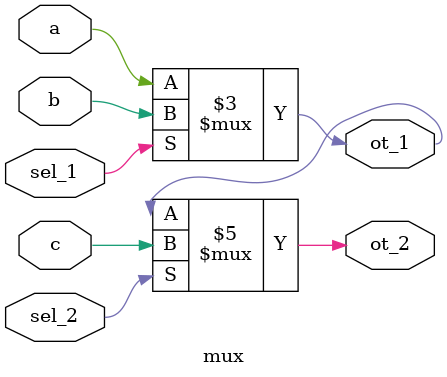
<source format=sv>
module mux(input logic a,
            input logic b,
           input logic c,
           input logic sel_1,
           input logic sel_2,
           output logic ot_1,
           output logic ot_2);
  	//input logic a;
    //input logic b;
  	//input logic c;
    //input logic sel_1;
  	//input logic sel_2;
    //output logic ot_2;
  //logic ot_1;
   always@(*)begin
     ot_1=(sel_1==0)? a:b;
     ot_2=(sel_2==0)? ot_1:c;
     end
endmodule
     

</source>
